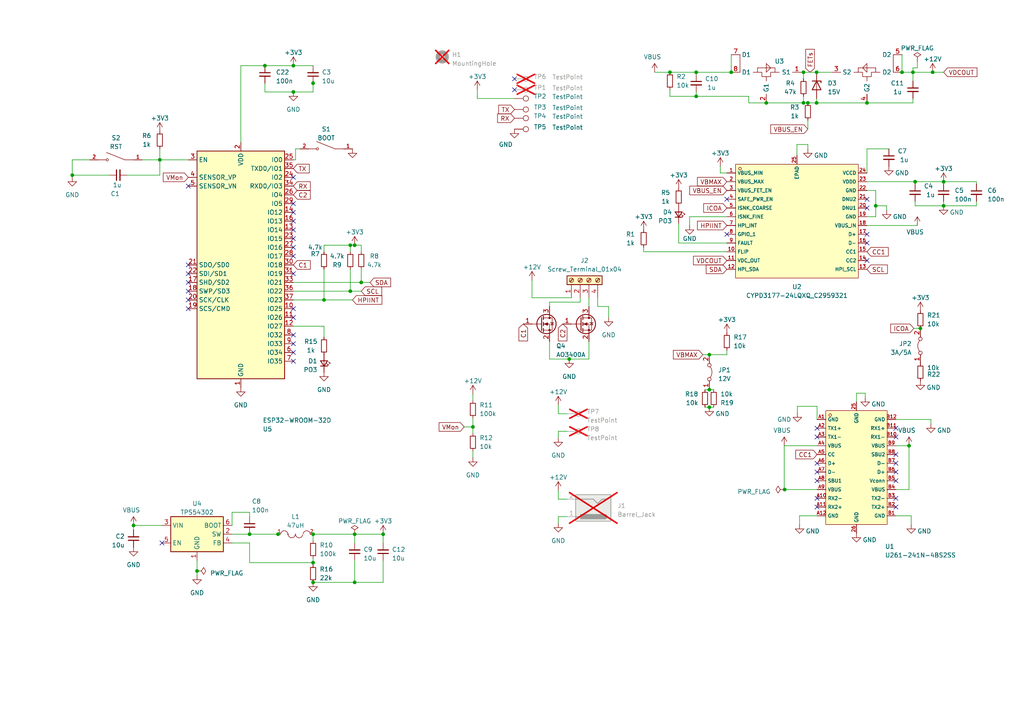
<source format=kicad_sch>
(kicad_sch (version 20230121) (generator eeschema)
  (paper "A4")
  (junction (at 90.805 24.13))
  (junction (at 46.355 46.355))
  (junction (at 165.1 104.14))
  (junction (at 222.25 29.845))
  (junction (at 212.09 20.955))
  (junction (at 137.16 123.825))
  (junction (at 38.735 152.4))
  (junction (at 90.805 154.94))
  (junction (at 263.652 129.286))
  (junction (at 101.6 71.12))
  (junction (at 201.93 27.94))
  (junction (at 264.795 20.955))
  (junction (at 101.6 84.455))
  (junction (at 236.855 29.845))
  (junction (at 57.15 165.608))
  (junction (at 227.584 141.986))
  (junction (at 80.645 154.94))
  (junction (at 273.685 52.705))
  (junction (at 251.46 29.845))
  (junction (at 273.685 59.69))
  (junction (at 233.045 20.955))
  (junction (at 233.045 29.845))
  (junction (at 93.98 86.995))
  (junction (at 85.09 19.05))
  (junction (at 90.805 168.91))
  (junction (at 194.31 20.955))
  (junction (at 254 59.69))
  (junction (at 72.39 154.94))
  (junction (at 201.93 20.955))
  (junction (at 265.43 52.705))
  (junction (at 205.74 102.87))
  (junction (at 270.51 20.955))
  (junction (at 102.87 71.12))
  (junction (at 234.315 29.845))
  (junction (at 236.855 20.955))
  (junction (at 102.87 154.94))
  (junction (at 104.775 81.915))
  (junction (at 205.74 118.11))
  (junction (at 266.954 95.25))
  (junction (at 76.835 19.05))
  (junction (at 90.805 163.195))
  (junction (at 111.125 154.94))
  (junction (at 102.87 168.91))
  (junction (at 205.74 113.03))
  (junction (at 261.62 20.955))
  (junction (at 20.955 50.8))
  (junction (at 85.09 26.67))
  (no_connect (at 259.842 147.066))
  (no_connect (at 85.09 104.775))
  (no_connect (at 85.09 89.535))
  (no_connect (at 85.09 99.695))
  (no_connect (at 85.09 74.295))
  (no_connect (at 251.46 70.485))
  (no_connect (at 251.46 67.945))
  (no_connect (at 85.09 71.755))
  (no_connect (at 149.225 26.035))
  (no_connect (at 85.09 92.075))
  (no_connect (at 236.982 147.066))
  (no_connect (at 210.82 67.945))
  (no_connect (at 259.842 136.906))
  (no_connect (at 236.982 139.446))
  (no_connect (at 54.61 53.975))
  (no_connect (at 54.61 76.835))
  (no_connect (at 236.982 124.206))
  (no_connect (at 85.09 69.215))
  (no_connect (at 149.225 22.86))
  (no_connect (at 54.61 84.455))
  (no_connect (at 259.842 144.526))
  (no_connect (at 85.09 97.155))
  (no_connect (at 54.61 86.995))
  (no_connect (at 251.46 60.325))
  (no_connect (at 54.61 81.915))
  (no_connect (at 54.61 89.535))
  (no_connect (at 236.982 136.906))
  (no_connect (at 54.61 79.375))
  (no_connect (at 85.09 51.435))
  (no_connect (at 251.46 75.565))
  (no_connect (at 259.842 126.746))
  (no_connect (at 85.09 61.595))
  (no_connect (at 251.46 57.785))
  (no_connect (at 85.09 102.235))
  (no_connect (at 236.982 126.746))
  (no_connect (at 259.842 124.206))
  (no_connect (at 259.842 131.826))
  (no_connect (at 236.982 144.526))
  (no_connect (at 259.842 139.446))
  (no_connect (at 210.82 57.785))
  (no_connect (at 259.842 134.366))
  (no_connect (at 46.99 157.48))
  (no_connect (at 236.982 134.366))
  (no_connect (at 85.09 64.135))
  (no_connect (at 85.09 79.375))
  (no_connect (at 85.09 66.675))
  (no_connect (at 85.09 59.055))
  (wire (pts (xy 217.17 29.845) (xy 222.25 29.845)))
  (wire (pts (xy 231.902 149.606) (xy 236.982 149.606)))
  (wire (pts (xy 204.47 118.11) (xy 205.74 118.11)))
  (wire (pts (xy 85.09 19.05) (xy 90.805 19.05)))
  (wire (pts (xy 161.925 149.86) (xy 164.465 149.86)))
  (wire (pts (xy 102.87 71.12) (xy 104.775 71.12)))
  (wire (pts (xy 236.855 28.575) (xy 236.855 29.845)))
  (wire (pts (xy 204.47 113.03) (xy 205.74 113.03)))
  (wire (pts (xy 36.83 50.8) (xy 46.355 50.8)))
  (wire (pts (xy 210.82 73.025) (xy 186.69 73.025)))
  (wire (pts (xy 46.355 43.18) (xy 46.355 46.355)))
  (wire (pts (xy 265.43 59.69) (xy 273.685 59.69)))
  (wire (pts (xy 41.275 46.355) (xy 46.355 46.355)))
  (wire (pts (xy 265.43 52.705) (xy 273.685 52.705)))
  (wire (pts (xy 283.21 52.705) (xy 283.21 53.34)))
  (wire (pts (xy 85.09 84.455) (xy 101.6 84.455)))
  (wire (pts (xy 76.835 19.05) (xy 85.09 19.05)))
  (wire (pts (xy 234.315 34.925) (xy 234.315 37.465)))
  (wire (pts (xy 90.805 154.94) (xy 102.87 154.94)))
  (wire (pts (xy 270.51 20.955) (xy 273.685 20.955)))
  (wire (pts (xy 173.355 88.9) (xy 176.53 88.9)))
  (wire (pts (xy 227.457 141.986) (xy 227.584 141.986)))
  (wire (pts (xy 101.6 84.455) (xy 101.6 78.105)))
  (wire (pts (xy 248.412 114.046) (xy 248.412 116.586)))
  (wire (pts (xy 194.31 20.955) (xy 201.93 20.955)))
  (wire (pts (xy 236.855 29.845) (xy 251.46 29.845)))
  (wire (pts (xy 201.93 27.94) (xy 217.17 27.94)))
  (wire (pts (xy 250.952 115.316) (xy 250.952 114.046)))
  (wire (pts (xy 259.842 141.986) (xy 263.652 141.986)))
  (wire (pts (xy 264.795 19.685) (xy 264.795 20.955)))
  (wire (pts (xy 205.74 102.87) (xy 210.82 102.87)))
  (wire (pts (xy 173.355 88.9) (xy 173.355 86.36)))
  (wire (pts (xy 102.87 154.94) (xy 102.87 157.48)))
  (wire (pts (xy 80.645 154.94) (xy 81.28 154.94)))
  (wire (pts (xy 76.835 26.67) (xy 85.09 26.67)))
  (wire (pts (xy 251.46 50.165) (xy 251.46 43.18)))
  (wire (pts (xy 203.835 102.87) (xy 205.74 102.87)))
  (wire (pts (xy 264.795 29.845) (xy 251.46 29.845)))
  (wire (pts (xy 90.805 154.94) (xy 90.805 156.845)))
  (wire (pts (xy 201.93 27.94) (xy 201.93 26.67)))
  (wire (pts (xy 233.045 27.94) (xy 233.045 29.845)))
  (wire (pts (xy 231.267 117.856) (xy 236.982 117.856)))
  (wire (pts (xy 137.16 130.81) (xy 137.16 132.715)))
  (wire (pts (xy 201.93 20.955) (xy 212.09 20.955)))
  (wire (pts (xy 161.925 144.78) (xy 161.925 142.24)))
  (wire (pts (xy 254 59.69) (xy 254 62.865)))
  (wire (pts (xy 210.82 62.865) (xy 200.025 62.865)))
  (wire (pts (xy 251.46 55.245) (xy 254 55.245)))
  (wire (pts (xy 67.31 152.4) (xy 67.31 148.59)))
  (wire (pts (xy 222.25 29.845) (xy 233.045 29.845)))
  (wire (pts (xy 67.31 148.59) (xy 72.39 148.59)))
  (wire (pts (xy 85.09 81.915) (xy 104.775 81.915)))
  (wire (pts (xy 20.955 50.8) (xy 31.75 50.8)))
  (wire (pts (xy 85.09 94.615) (xy 93.98 94.615)))
  (wire (pts (xy 201.93 20.955) (xy 201.93 21.59)))
  (wire (pts (xy 57.15 162.56) (xy 57.15 165.608)))
  (wire (pts (xy 270.002 121.666) (xy 259.842 121.666)))
  (wire (pts (xy 236.982 117.856) (xy 236.982 121.666)))
  (wire (pts (xy 208.915 48.26) (xy 208.915 50.165)))
  (wire (pts (xy 261.62 20.955) (xy 264.795 20.955)))
  (wire (pts (xy 194.31 26.035) (xy 194.31 27.94)))
  (wire (pts (xy 102.87 168.91) (xy 90.805 168.91)))
  (wire (pts (xy 165.1 104.14) (xy 170.815 104.14)))
  (wire (pts (xy 137.16 114.3) (xy 137.16 116.205)))
  (wire (pts (xy 93.98 86.995) (xy 102.235 86.995)))
  (wire (pts (xy 161.925 127) (xy 161.925 125.095)))
  (wire (pts (xy 161.925 120.015) (xy 161.925 117.475)))
  (wire (pts (xy 93.98 86.995) (xy 85.09 86.995)))
  (wire (pts (xy 273.685 52.705) (xy 283.21 52.705)))
  (wire (pts (xy 20.955 50.8) (xy 20.955 51.435)))
  (wire (pts (xy 273.685 59.69) (xy 283.21 59.69)))
  (wire (pts (xy 263.652 129.286) (xy 259.842 129.286)))
  (wire (pts (xy 165.735 86.36) (xy 154.305 86.36)))
  (wire (pts (xy 210.82 102.87) (xy 210.82 101.6)))
  (wire (pts (xy 111.125 154.94) (xy 111.125 157.48)))
  (wire (pts (xy 200.025 62.865) (xy 200.025 65.405)))
  (wire (pts (xy 93.98 78.105) (xy 93.98 86.995)))
  (wire (pts (xy 93.98 73.025) (xy 93.98 71.12)))
  (wire (pts (xy 72.39 157.48) (xy 67.31 157.48)))
  (wire (pts (xy 232.41 20.955) (xy 233.045 20.955)))
  (wire (pts (xy 270.002 122.936) (xy 270.002 121.666)))
  (wire (pts (xy 38.735 153.67) (xy 38.735 152.4)))
  (wire (pts (xy 208.915 50.165) (xy 210.82 50.165)))
  (wire (pts (xy 236.855 20.955) (xy 241.3 20.955)))
  (wire (pts (xy 212.09 15.875) (xy 212.09 20.955)))
  (wire (pts (xy 257.175 60.96) (xy 257.175 59.69)))
  (wire (pts (xy 85.725 43.18) (xy 85.725 46.355)))
  (wire (pts (xy 234.315 41.91) (xy 231.14 41.91)))
  (wire (pts (xy 233.045 20.955) (xy 233.045 22.86)))
  (wire (pts (xy 250.952 114.046) (xy 248.412 114.046)))
  (wire (pts (xy 176.53 88.9) (xy 176.53 92.075)))
  (wire (pts (xy 170.815 99.06) (xy 170.815 104.14)))
  (wire (pts (xy 76.835 24.13) (xy 76.835 26.67)))
  (wire (pts (xy 196.85 64.77) (xy 196.85 70.485)))
  (wire (pts (xy 86.995 43.18) (xy 85.725 43.18)))
  (wire (pts (xy 72.39 163.195) (xy 72.39 157.48)))
  (wire (pts (xy 231.267 119.761) (xy 231.267 117.856)))
  (wire (pts (xy 107.315 81.915) (xy 104.775 81.915)))
  (wire (pts (xy 102.87 154.94) (xy 111.125 154.94)))
  (wire (pts (xy 264.287 152.146) (xy 264.287 149.606)))
  (wire (pts (xy 90.805 163.195) (xy 72.39 163.195)))
  (wire (pts (xy 264.795 28.575) (xy 264.795 29.845)))
  (wire (pts (xy 26.035 46.355) (xy 20.955 46.355)))
  (wire (pts (xy 69.85 19.05) (xy 76.835 19.05)))
  (wire (pts (xy 254 55.245) (xy 254 59.69)))
  (wire (pts (xy 189.865 20.955) (xy 194.31 20.955)))
  (wire (pts (xy 194.31 27.94) (xy 201.93 27.94)))
  (wire (pts (xy 159.385 104.14) (xy 165.1 104.14)))
  (wire (pts (xy 283.21 59.69) (xy 283.21 58.42)))
  (wire (pts (xy 257.175 59.69) (xy 254 59.69)))
  (wire (pts (xy 159.385 87.63) (xy 168.275 87.63)))
  (wire (pts (xy 111.125 168.91) (xy 102.87 168.91)))
  (wire (pts (xy 168.275 87.63) (xy 168.275 86.36)))
  (wire (pts (xy 111.125 162.56) (xy 111.125 168.91)))
  (wire (pts (xy 134.62 123.825) (xy 137.16 123.825)))
  (wire (pts (xy 104.775 84.455) (xy 101.6 84.455)))
  (wire (pts (xy 227.584 141.986) (xy 236.982 141.986)))
  (wire (pts (xy 186.69 73.025) (xy 186.69 71.755)))
  (wire (pts (xy 251.46 65.405) (xy 266.065 65.405)))
  (wire (pts (xy 234.315 29.845) (xy 236.855 29.845)))
  (wire (pts (xy 85.725 46.355) (xy 85.09 46.355)))
  (wire (pts (xy 20.955 46.355) (xy 20.955 50.8)))
  (wire (pts (xy 104.775 81.915) (xy 104.775 78.105)))
  (wire (pts (xy 273.685 52.705) (xy 273.685 53.34)))
  (wire (pts (xy 159.385 99.06) (xy 159.385 104.14)))
  (wire (pts (xy 234.315 43.18) (xy 234.315 41.91)))
  (wire (pts (xy 217.17 27.94) (xy 217.17 29.845)))
  (wire (pts (xy 90.805 161.925) (xy 90.805 163.195)))
  (wire (pts (xy 265.049 95.25) (xy 266.954 95.25)))
  (wire (pts (xy 90.805 23.495) (xy 90.805 24.13)))
  (wire (pts (xy 236.982 129.286) (xy 227.457 129.286)))
  (wire (pts (xy 265.43 52.705) (xy 251.46 52.705)))
  (wire (pts (xy 205.74 118.11) (xy 207.01 118.11)))
  (wire (pts (xy 102.87 162.56) (xy 102.87 168.91)))
  (wire (pts (xy 46.355 46.355) (xy 54.61 46.355)))
  (wire (pts (xy 233.045 20.955) (xy 236.855 20.955)))
  (wire (pts (xy 57.15 165.608) (xy 57.15 166.878)))
  (wire (pts (xy 38.735 152.4) (xy 46.99 152.4)))
  (wire (pts (xy 72.39 154.94) (xy 80.645 154.94)))
  (wire (pts (xy 231.14 41.91) (xy 231.14 45.085)))
  (wire (pts (xy 264.795 20.955) (xy 270.51 20.955)))
  (wire (pts (xy 137.16 123.825) (xy 137.16 125.73)))
  (wire (pts (xy 227.457 129.286) (xy 227.457 141.986)))
  (wire (pts (xy 233.045 29.845) (xy 234.315 29.845)))
  (wire (pts (xy 266.065 17.78) (xy 266.065 19.685)))
  (wire (pts (xy 164.465 144.78) (xy 161.925 144.78)))
  (wire (pts (xy 46.355 50.8) (xy 46.355 46.355)))
  (wire (pts (xy 137.16 121.285) (xy 137.16 123.825)))
  (wire (pts (xy 210.82 70.485) (xy 196.85 70.485)))
  (wire (pts (xy 69.85 41.275) (xy 69.85 19.05)))
  (wire (pts (xy 101.6 71.12) (xy 102.87 71.12)))
  (wire (pts (xy 161.925 125.095) (xy 164.465 125.095)))
  (wire (pts (xy 261.62 15.875) (xy 261.62 20.955)))
  (wire (pts (xy 273.685 58.42) (xy 273.685 59.69)))
  (wire (pts (xy 265.43 53.34) (xy 265.43 52.705)))
  (wire (pts (xy 265.43 58.42) (xy 265.43 59.69)))
  (wire (pts (xy 154.305 86.36) (xy 154.305 81.28)))
  (wire (pts (xy 264.795 20.955) (xy 264.795 23.495)))
  (wire (pts (xy 159.385 88.9) (xy 159.385 87.63)))
  (wire (pts (xy 93.98 94.615) (xy 93.98 97.79)))
  (wire (pts (xy 101.6 73.025) (xy 101.6 71.12)))
  (wire (pts (xy 72.39 148.59) (xy 72.39 149.86)))
  (wire (pts (xy 90.805 163.195) (xy 90.805 163.83)))
  (wire (pts (xy 67.31 154.94) (xy 72.39 154.94)))
  (wire (pts (xy 205.74 113.03) (xy 207.01 113.03)))
  (wire (pts (xy 138.43 28.575) (xy 138.43 26.035)))
  (wire (pts (xy 138.43 28.575) (xy 149.225 28.575)))
  (wire (pts (xy 164.465 120.015) (xy 161.925 120.015)))
  (wire (pts (xy 266.065 19.685) (xy 264.795 19.685)))
  (wire (pts (xy 263.652 141.986) (xy 263.652 129.286)))
  (wire (pts (xy 90.805 24.13) (xy 90.805 26.67)))
  (wire (pts (xy 104.775 71.12) (xy 104.775 73.025)))
  (wire (pts (xy 93.98 71.12) (xy 101.6 71.12)))
  (wire (pts (xy 251.46 43.18) (xy 257.81 43.18)))
  (wire (pts (xy 231.902 152.146) (xy 231.902 149.606)))
  (wire (pts (xy 85.09 26.67) (xy 90.805 26.67)))
  (wire (pts (xy 170.815 86.36) (xy 170.815 88.9)))
  (wire (pts (xy 161.925 151.765) (xy 161.925 149.86)))
  (wire (pts (xy 264.287 149.606) (xy 259.842 149.606)))
  (wire (pts (xy 251.46 62.865) (xy 254 62.865)))
  (global_label "CC1" (shape input) (at 236.982 131.826 180) (property "Intersheetrefs" "${INTERSHEET_REFS}" (effects hide)))
  (global_label "ICOA" (shape input) (at 265.049 95.25 180) (property "Intersheetrefs" "${INTERSHEET_REFS}" (effects hide)))
  (global_label "ICOA" (shape input) (at 210.82 60.325 180) (property "Intersheetrefs" "${INTERSHEET_REFS}" (effects hide)))
  (global_label "C2" (shape input) (at 163.195 93.98 270) (property "Intersheetrefs" "${INTERSHEET_REFS}" (effects hide)))
  (global_label "SCL" (shape input) (at 251.46 78.105 0) (property "Intersheetrefs" "${INTERSHEET_REFS}" (effects hide)))
  (global_label "VBMAX" (shape input) (at 203.835 102.87 180) (property "Intersheetrefs" "${INTERSHEET_REFS}" (effects hide)))
  (global_label "CC1" (shape input) (at 251.46 73.025 0) (property "Intersheetrefs" "${INTERSHEET_REFS}" (effects hide)))
  (global_label "SCL" (shape input) (at 104.775 84.455 0) (property "Intersheetrefs" "${INTERSHEET_REFS}" (effects hide)))
  (global_label "VBUS_EN" (shape input) (at 234.315 37.465 180) (property "Intersheetrefs" "${INTERSHEET_REFS}" (effects hide)))
  (global_label "VBUS_EN" (shape input) (at 210.82 55.245 180) (property "Intersheetrefs" "${INTERSHEET_REFS}" (effects hide)))
  (global_label "SDA" (shape input) (at 210.82 78.105 180) (property "Intersheetrefs" "${INTERSHEET_REFS}" (effects hide)))
  (global_label "TX" (shape input) (at 85.09 48.895 0) (property "Intersheetrefs" "${INTERSHEET_REFS}" (effects hide)))
  (global_label "VMon" (shape input) (at 134.62 123.825 180) (property "Intersheetrefs" "${INTERSHEET_REFS}" (effects hide)))
  (global_label "VBMAX" (shape input) (at 210.82 52.705 180) (property "Intersheetrefs" "${INTERSHEET_REFS}" (effects hide)))
  (global_label "VMon" (shape input) (at 54.61 51.435 180) (property "Intersheetrefs" "${INTERSHEET_REFS}" (effects hide)))
  (global_label "C1" (shape input) (at 151.765 93.98 270) (property "Intersheetrefs" "${INTERSHEET_REFS}" (effects hide)))
  (global_label "VDCOUT" (shape input) (at 273.685 20.955 0) (property "Intersheetrefs" "${INTERSHEET_REFS}" (effects hide)))
  (global_label "TX" (shape input) (at 149.225 31.75 180) (property "Intersheetrefs" "${INTERSHEET_REFS}" (effects hide)))
  (global_label "HPIINT" (shape input) (at 210.82 65.405 180) (property "Intersheetrefs" "${INTERSHEET_REFS}" (effects hide)))
  (global_label "C1" (shape input) (at 85.09 76.835 0) (property "Intersheetrefs" "${INTERSHEET_REFS}" (effects hide)))
  (global_label "VDCOUT" (shape input) (at 210.82 75.565 180) (property "Intersheetrefs" "${INTERSHEET_REFS}" (effects hide)))
  (global_label "HPIINT" (shape input) (at 102.235 86.995 0) (property "Intersheetrefs" "${INTERSHEET_REFS}" (effects hide)))
  (global_label "FETs" (shape input) (at 234.95 20.955 90) (property "Intersheetrefs" "${INTERSHEET_REFS}" (effects hide)))
  (global_label "C2" (shape input) (at 85.09 56.515 0) (property "Intersheetrefs" "${INTERSHEET_REFS}" (effects hide)))
  (global_label "RX" (shape input) (at 149.225 34.29 180) (property "Intersheetrefs" "${INTERSHEET_REFS}" (effects hide)))
  (global_label "RX" (shape input) (at 85.09 53.975 0) (property "Intersheetrefs" "${INTERSHEET_REFS}" (effects hide)))
  (global_label "SDA" (shape input) (at 107.315 81.915 0) (property "Intersheetrefs" "${INTERSHEET_REFS}" (effects hide)))
  (symbol (lib_id "power:GND") (at 200.025 65.405 0) (unit 1)
    (property "Reference" "#PWR048" (effects hide))
    (property "Value" "GND" (at 200.025 69.215 0))
  )
  (symbol (lib_id "power:+3V3") (at 186.69 66.675 0) (mirror y) (unit 1)
    (property "Reference" "#PWR08" (effects hide))
    (property "Value" "+3V3" (at 186.69 62.865 0))
  )
  (symbol (lib_id "B3U-1000P:B3U-1000P") (at 33.655 46.355 0) (mirror y) (unit 1)
    (property "Reference" "S2" (at 33.655 40.005 0))
    (property "Value" "RST" (at 33.655 42.545 0))
    (property "Footprint" "Snapeda:SW_B3U-1000P" (effects hide))
    (property "MF" "Omron" (effects hide))
    (property "DESCRIPTION" "Tactile Switch SPST-NO Top Actuated Surface Mount" (effects hide))
    (property "PACKAGE" "None" (effects hide))
    (property "PRICE" "None" (effects hide))
    (property "Package" "Custom Package Omron" (effects hide))
    (property "Check_prices" "https://www.snapeda.com/parts/B3U-1000P/Omron+Electronics+Inc-EMC+Div/view-part/?ref=eda" (effects hide))
    (property "Price" "None" (effects hide))
    (property "SnapEDA_Link" "https://www.snapeda.com/parts/B3U-1000P/Omron+Electronics+Inc-EMC+Div/view-part/?ref=snap" (effects hide))
    (property "MP" "B3U-1000P" (effects hide))
    (property "Purchase-URL" "https://www.snapeda.com/api/url_track_click_mouser/?unipart_id=104326&manufacturer=Omron&part_name=B3U-1000P&search_term=None" (effects hide))
    (property "Availability" "In Stock" (effects hide))
    (property "AVAILABILITY" "Unavailable" (effects hide))
    (property "Description" "\nSWITCH;TACTILE,TOP ACTUATED,TACTILE & JOG SWITCHES W/O BOSS W/O GROUND | Omron Electronic Components B3U-1000P\n" (effects hide))
    (property "LCSC" "C231329" (effects hide))
  )
  (symbol (lib_id "Device:R_Small") (at 101.6 75.565 0) (mirror x) (unit 1)
    (property "Reference" "R9" (at 97.79 76.835 0))
    (property "Value" "4.7k" (at 97.79 74.295 0))
    (property "Footprint" "Resistor_SMD:R_0402_1005Metric" (effects hide))
    (property "LCSC" "C25900" (effects hide))
  )
  (symbol (lib_id "power:GND") (at 264.287 152.146 0) (unit 1)
    (property "Reference" "#PWR014" (effects hide))
    (property "Value" "GND" (at 268.097 154.051 0))
  )
  (symbol (lib_id "Device:C_Small") (at 90.805 21.59 180) (unit 1)
    (property "Reference" "C3" (at 93.345 20.9486 0) (effects (justify right)))
    (property "Value" "10u" (at 93.345 23.4886 0) (effects (justify right)))
    (property "Footprint" "Capacitor_SMD:C_0603_1608Metric" (effects hide))
    (property "LCSC" "C194427" (effects hide))
  )
  (symbol (lib_id "Connector:TestPoint") (at 149.225 31.75 270) (unit 1) (in_bom no)
    (property "Reference" "TP3" (at 154.813 31.115 90) (effects (justify left)))
    (property "Value" "TestPoint" (at 160.147 31.242 90) (effects (justify left)))
    (property "Footprint" "TestPoint:TestPoint_Pad_D1.5mm" (effects hide))
  )
  (symbol (lib_id "power:GND") (at 102.235 43.18 0) (mirror y) (unit 1)
    (property "Reference" "#PWR04" (effects hide))
    (property "Value" "GND" (effects hide))
  )
  (symbol (lib_id "power:GND") (at 266.954 110.49 0) (unit 1)
    (property "Reference" "#PWR042" (effects hide))
    (property "Value" "GND" (at 270.764 112.395 0))
  )
  (symbol (lib_id "power:+3V3") (at 138.43 26.035 0) (unit 1)
    (property "Reference" "#PWR030" (effects hide))
    (property "Value" "+3V3" (at 138.43 22.225 0))
  )
  (symbol (lib_id "power:VBUS") (at 263.652 129.286 0) (unit 1)
    (property "Reference" "#PWR09" (effects hide))
    (property "Value" "VBUS" (at 263.017 124.841 0))
  )
  (symbol (lib_id "Regulator_Switching:TPS54302") (at 57.15 154.94 0) (unit 1)
    (property "Reference" "U4" (at 57.15 146.05 0))
    (property "Value" "TPS54302" (at 57.15 148.59 0))
    (property "Footprint" "Package_TO_SOT_SMD:SOT-23-6" (effects hide))
    (property "Datasheet" "http://www.ti.com/lit/ds/symlink/tps54302.pdf" (effects hide))
    (property "LCSC" "C311983" (effects hide))
  )
  (symbol (lib_id "Connector:TestPoint") (at 149.225 34.29 270) (unit 1) (in_bom no)
    (property "Reference" "TP4" (at 154.813 33.655 90) (effects (justify left)))
    (property "Value" "TestPoint" (at 160.147 33.782 90) (effects (justify left)))
    (property "Footprint" "TestPoint:TestPoint_Pad_D1.5mm" (effects hide))
  )
  (symbol (lib_id "Device:C_Small") (at 201.93 24.13 0) (mirror y) (unit 1)
    (property "Reference" "C10" (at 204.47 22.86 0) (effects (justify right)))
    (property "Value" "1u" (at 205.105 25.4 0) (effects (justify right)))
    (property "Footprint" "Capacitor_SMD:C_0402_1005Metric" (effects hide))
    (property "LCSC" "C52923" (effects hide))
  )
  (symbol (lib_id "power:GND") (at 161.925 127 0) (unit 1)
    (property "Reference" "#PWR044" (effects hide))
    (property "Value" "GND" (at 161.925 132.08 0))
  )
  (symbol (lib_id "power:GND") (at 165.1 104.14 0) (unit 1)
    (property "Reference" "#PWR047" (effects hide))
    (property "Value" "GND" (at 165.1 109.22 0))
  )
  (symbol (lib_id "Device:C_Small") (at 273.685 55.88 0) (unit 1)
    (property "Reference" "C5" (at 276.86 55.2513 0) (effects (justify left)))
    (property "Value" "100n" (at 276.86 57.7913 0) (effects (justify left)))
    (property "Footprint" "Capacitor_SMD:C_0402_1005Metric" (effects hide))
    (property "LCSC" "C77020" (effects hide))
  )
  (symbol (lib_id "Transistor_FET:AO3400A") (at 168.275 93.98 0) (unit 1)
    (property "Reference" "Q1" (effects hide))
    (property "Value" "AO3400A" (effects hide))
    (property "Footprint" "Package_TO_SOT_SMD:SOT-23" (effects hide))
    (property "Datasheet" "http://www.aosmd.com/pdfs/datasheet/AO3400A.pdf" (effects hide))
    (property "LCSC" "C20917" (effects hide))
  )
  (symbol (lib_id "Device:R_Small") (at 90.805 159.385 180) (unit 1)
    (property "Reference" "R10" (at 92.71 158.115 0) (effects (justify right)))
    (property "Value" "100k" (at 92.71 160.655 0) (effects (justify right)))
    (property "Footprint" "Resistor_SMD:R_0402_1005Metric" (effects hide))
    (property "LCSC" "C25741" (effects hide))
  )
  (symbol (lib_id "Jumper:Jumper_2_Bridged") (at 266.954 100.33 90) (unit 1)
    (property "Reference" "JP2" (at 264.414 99.695 90) (effects (justify left)))
    (property "Value" "3A/5A" (at 264.414 102.235 90) (effects (justify left)))
    (property "Footprint" "Jumper:SolderJumper-2_P1.3mm_Bridged_RoundedPad1.0x1.5mm" (effects hide))
  )
  (symbol (lib_id "power:GND") (at 257.175 60.96 0) (unit 1)
    (property "Reference" "#PWR010" (effects hide))
    (property "Value" "GND" (at 260.985 62.865 0))
  )
  (symbol (lib_id "power:+12V") (at 270.51 20.955 0) (unit 1)
    (property "Reference" "#PWR026" (effects hide))
    (property "Value" "+12V" (at 270.51 17.145 0))
  )
  (symbol (lib_id "power:+3V3") (at 102.87 71.12 0) (unit 1)
    (property "Reference" "#PWR041" (effects hide))
    (property "Value" "+3V3" (at 102.87 67.31 0))
  )
  (symbol (lib_id "power:+12V") (at 154.305 81.28 0) (unit 1)
    (property "Reference" "#PWR019" (effects hide))
    (property "Value" "+12V" (at 154.305 77.47 0))
  )
  (symbol (lib_id "Device:R_Small") (at 137.16 118.745 180) (unit 1)
    (property "Reference" "R11" (at 139.065 117.475 0) (effects (justify right)))
    (property "Value" "100k" (at 139.065 120.015 0) (effects (justify right)))
    (property "Footprint" "Resistor_SMD:R_0402_1005Metric" (effects hide))
    (property "LCSC" "C25741" (effects hide))
  )
  (symbol (lib_id "power:+3V3") (at 111.125 154.94 0) (unit 1)
    (property "Reference" "#PWR033" (effects hide))
    (property "Value" "+3V3" (at 111.125 151.13 0))
  )
  (symbol (lib_id "power:+3V3") (at 273.685 52.705 0) (mirror y) (unit 1)
    (property "Reference" "#PWR032" (effects hide))
    (property "Value" "+3V3" (at 273.685 48.895 0))
  )
  (symbol (lib_id "Device:R_Small") (at 266.954 92.71 180) (unit 1)
    (property "Reference" "R21" (at 268.859 91.44 0) (effects (justify right)))
    (property "Value" "10k" (at 268.859 93.98 0) (effects (justify right)))
    (property "Footprint" "Resistor_SMD:R_0402_1005Metric" (effects hide))
    (property "LCSC" "C25744" (effects hide))
  )
  (symbol (lib_id "SWPA4030S470MT:SWPA4030S470MT") (at 85.725 154.94 0) (unit 1)
    (property "Reference" "L1" (at 85.725 149.86 0))
    (property "Value" "47uH" (at 85.725 152.4 0))
    (property "Footprint" "footprint:IND-SMD_L4.0-W4.0_SLS3DXX" (effects hide))
    (property "Datasheet" "https://item.szlcsc.com/338389.html" (effects hide))
    (property "LCSC" "C54731" (effects hide))
  )
  (symbol (lib_id "Device:R_Small") (at 137.16 128.27 180) (unit 1)
    (property "Reference" "R12" (at 139.065 127 0) (effects (justify right)))
    (property "Value" "10k" (at 139.065 129.54 0) (effects (justify right)))
    (property "Footprint" "Resistor_SMD:R_0402_1005Metric" (effects hide))
    (property "LCSC" "C25744" (effects hide))
  )
  (symbol (lib_id "power:GND") (at 161.925 151.765 0) (unit 1)
    (property "Reference" "#PWR012" (effects hide))
    (property "Value" "GND" (at 161.925 156.845 0))
  )
  (symbol (lib_id "Device:R_Small") (at 234.315 32.385 0) (unit 1)
    (property "Reference" "R3" (at 230.505 31.115 0))
    (property "Value" "1k" (at 230.505 33.655 0))
    (property "Footprint" "Resistor_SMD:R_0402_1005Metric" (effects hide))
    (property "LCSC" "C11702" (effects hide))
  )
  (symbol (lib_id "Connector:TestPoint") (at 149.225 26.035 270) (unit 1) (in_bom no) (on_board no) (dnp yes)
    (property "Reference" "TP1" (at 154.813 25.4 90) (effects (justify left)))
    (property "Value" "TestPoint" (at 160.147 25.527 90) (effects (justify left)))
    (property "Footprint" "TestPoint:TestPoint_Pad_D1.5mm" (effects hide))
  )
  (symbol (lib_id "Device:R_Small") (at 93.98 100.33 0) (unit 1)
    (property "Reference" "R15" (at 90.17 99.06 0))
    (property "Value" "1k" (at 90.17 101.6 0))
    (property "Footprint" "Resistor_SMD:R_0402_1005Metric" (effects hide))
    (property "LCSC" "C11702" (effects hide))
  )
  (symbol (lib_id "power:GND") (at 90.805 168.91 0) (unit 1)
    (property "Reference" "#PWR034" (effects hide))
    (property "Value" "GND" (at 90.805 173.99 0))
  )
  (symbol (lib_id "Device:C_Small") (at 257.81 45.72 0) (mirror y) (unit 1)
    (property "Reference" "C7" (at 260.35 43.815 0) (effects (justify right)))
    (property "Value" "1u" (at 260.985 46.355 0) (effects (justify right)))
    (property "Footprint" "Capacitor_SMD:C_0402_1005Metric" (effects hide))
    (property "LCSC" "C52923" (effects hide))
  )
  (symbol (lib_id "power:+3V3") (at 196.85 54.61 0) (mirror y) (unit 1)
    (property "Reference" "#PWR02" (effects hide))
    (property "Value" "+3V3" (at 196.85 50.8 0))
  )
  (symbol (lib_id "power:+3V3") (at 266.954 90.17 0) (mirror y) (unit 1)
    (property "Reference" "#PWR038" (effects hide))
    (property "Value" "+3V3" (at 266.954 86.36 0))
  )
  (symbol (lib_id "Device:R_Small") (at 210.82 99.06 180) (unit 1)
    (property "Reference" "R17" (at 212.725 97.79 0) (effects (justify right)))
    (property "Value" "10k" (at 212.725 100.33 0) (effects (justify right)))
    (property "Footprint" "Resistor_SMD:R_0402_1005Metric" (effects hide))
    (property "LCSC" "C25744" (effects hide))
  )
  (symbol (lib_id "Device:C_Small") (at 102.87 160.02 180) (unit 1)
    (property "Reference" "C9" (at 105.41 159.3786 0) (effects (justify right)))
    (property "Value" "10u" (at 105.41 161.9186 0) (effects (justify right)))
    (property "Footprint" "Capacitor_SMD:C_0603_1608Metric" (effects hide))
    (property "LCSC" "C194427" (effects hide))
  )
  (symbol (lib_id "power:+12V") (at 161.925 117.475 0) (unit 1)
    (property "Reference" "#PWR043" (effects hide))
    (property "Value" "+12V" (at 161.925 113.665 0))
  )
  (symbol (lib_id "Mechanical:MountingHole") (at 128.27 16.51 0) (unit 1) (in_bom no) (on_board no) (dnp yes)
    (property "Reference" "H1" (at 131.064 15.875 0) (effects (justify left)))
    (property "Value" "MountingHole" (at 131.064 18.415 0) (effects (justify left)))
    (property "Footprint" "MountingHole:MountingHole_2.2mm_M2_Pad_Via" (effects hide))
  )
  (symbol (lib_id "power:+3V3") (at 210.82 96.52 0) (mirror y) (unit 1)
    (property "Reference" "#PWR036" (effects hide))
    (property "Value" "+3V3" (at 210.82 92.71 0))
  )
  (symbol (lib_id "Device:R_Small") (at 204.47 115.57 0) (mirror x) (unit 1)
    (property "Reference" "R18" (at 202.565 114.3 0) (effects (justify right)))
    (property "Value" "10k" (at 202.565 116.84 0) (effects (justify right)))
    (property "Footprint" "Resistor_SMD:R_0402_1005Metric" (effects hide))
    (property "LCSC" "C25744" (effects hide))
  )
  (symbol (lib_id "Connector:Barrel_Jack") (at 172.085 147.32 180) (unit 1) (in_bom no) (on_board no) (dnp yes)
    (property "Reference" "J1" (at 179.07 146.685 0) (effects (justify right)))
    (property "Value" "Barrel_Jack" (at 179.07 149.225 0) (effects (justify right)))
    (property "Footprint" "Connector_BarrelJack:BarrelJack_CLIFF_FC681465S_SMT_Horizontal" (effects hide))
  )
  (symbol (lib_id "Connector:TestPoint") (at 149.225 28.575 270) (unit 1) (in_bom no)
    (property "Reference" "TP2" (at 154.813 27.94 90) (effects (justify left)))
    (property "Value" "TestPoint" (at 160.147 28.067 90) (effects (justify left)))
    (property "Footprint" "TestPoint:TestPoint_Pad_D1.5mm" (effects hide))
  )
  (symbol (lib_id "power:GND") (at 69.85 112.395 0) (unit 1)
    (property "Reference" "#PWR029" (effects hide))
    (property "Value" "GND" (at 69.85 117.475 0))
  )
  (symbol (lib_id "Device:R_Small") (at 233.045 25.4 0) (unit 1)
    (property "Reference" "R4" (at 229.235 24.13 0))
    (property "Value" "47k" (at 229.235 26.67 0))
    (property "Footprint" "Resistor_SMD:R_0402_1005Metric" (effects hide))
    (property "LCSC" "C25792" (effects hide))
  )
  (symbol (lib_id "Device:C_Small") (at 111.125 160.02 180) (unit 1)
    (property "Reference" "C12" (at 113.665 159.3786 0) (effects (justify right)))
    (property "Value" "10u" (at 113.665 161.9186 0) (effects (justify right)))
    (property "Footprint" "Capacitor_SMD:C_0603_1608Metric" (effects hide))
    (property "LCSC" "C194427" (effects hide))
  )
  (symbol (lib_id "power:PWR_FLAG") (at 102.87 154.94 0) (unit 1)
    (property "Reference" "#FLG01" (effects hide))
    (property "Value" "PWR_FLAG" (at 102.87 151.13 0))
  )
  (symbol (lib_id "Device:R_Small") (at 207.01 115.57 0) (mirror y) (unit 1)
    (property "Reference" "R19" (at 208.915 116.84 0) (effects (justify right)))
    (property "Value" "10k" (at 208.915 114.3 0) (effects (justify right)))
    (property "Footprint" "Resistor_SMD:R_0402_1005Metric" (effects hide))
    (property "LCSC" "C25744" (effects hide))
  )
  (symbol (lib_id "power:GND") (at 38.735 158.75 0) (unit 1)
    (property "Reference" "#PWR01" (effects hide))
    (property "Value" "GND" (at 38.735 163.83 0))
  )
  (symbol (lib_id "power:GND") (at 234.315 43.18 0) (unit 1)
    (property "Reference" "#PWR07" (effects hide))
    (property "Value" "GND" (at 238.125 45.085 0))
  )
  (symbol (lib_id "CYPD3177-24LQXQ_C2959321:CYPD3177-24LQXQ_C2959321") (at 231.14 62.865 0) (unit 1)
    (property "Reference" "U2" (at 231.14 83.185 0))
    (property "Value" "CYPD3177-24LQXQ_C2959321" (at 231.14 85.725 0))
    (property "Footprint" "footprint:TQFN-24_L4.0-W4.0-P0.50-TL-EP2.8" (effects hide))
    (property "Datasheet" "https://img.jlc.com/pdf/applyPasteComponent/2021-04-21/29905A/94e61f53678c47ad95ba4bae9b0e34fe/C2653687_AS1115BQFT_2021-04-14.PDF" (effects hide))
    (property "LCSC" "C2959321" (effects hide))
  )
  (symbol (lib_id "power:VBUS") (at 227.457 129.286 0) (unit 1)
    (property "Reference" "#PWR06" (effects hide))
    (property "Value" "VBUS" (at 226.822 124.841 0))
  )
  (symbol (lib_id "Transistor_FET:AO3400A") (at 156.845 93.98 0) (unit 1)
    (property "Reference" "Q4" (at 161.29 100.33 0) (effects (justify left)))
    (property "Value" "AO3400A" (at 161.29 102.87 0) (effects (justify left)))
    (property "Footprint" "Package_TO_SOT_SMD:SOT-23" (effects hide))
    (property "Datasheet" "http://www.aosmd.com/pdfs/datasheet/AO3400A.pdf" (effects hide))
    (property "LCSC" "C20917" (effects hide))
  )
  (symbol (lib_id "power:GND") (at 57.15 166.878 0) (unit 1)
    (property "Reference" "#PWR015" (effects hide))
    (property "Value" "GND" (at 57.15 171.958 0))
  )
  (symbol (lib_id "Jumper:Jumper_2_Bridged") (at 205.74 107.95 270) (mirror x) (unit 1)
    (property "Reference" "JP1" (at 208.28 107.315 90) (effects (justify left)))
    (property "Value" "12V" (at 208.28 109.855 90) (effects (justify left)))
    (property "Footprint" "Jumper:SolderJumper-2_P1.3mm_Bridged_RoundedPad1.0x1.5mm" (effects hide))
  )
  (symbol (lib_id "power:GND") (at 149.225 37.465 0) (mirror y) (unit 1)
    (property "Reference" "#PWR031" (effects hide))
    (property "Value" "GND" (at 146.685 41.91 0))
  )
  (symbol (lib_id "power:+3V3") (at 85.09 19.05 0) (unit 1)
    (property "Reference" "#PWR039" (effects hide))
    (property "Value" "+3V3" (at 85.09 15.24 0))
  )
  (symbol (lib_id "power:GND") (at 273.685 59.69 0) (unit 1)
    (property "Reference" "#PWR023" (effects hide))
    (property "Value" "GND" (at 277.495 61.595 0))
  )
  (symbol (lib_id "Device:C_Small") (at 34.29 50.8 90) (unit 1)
    (property "Reference" "C1" (at 32.0675 56.1975 90) (effects (justify right)))
    (property "Value" "1u" (at 32.7025 53.6575 90) (effects (justify right)))
    (property "Footprint" "Capacitor_SMD:C_0402_1005Metric" (effects hide))
    (property "LCSC" "C52923" (effects hide))
  )
  (symbol (lib_id "power:GND") (at 20.955 51.435 0) (mirror y) (unit 1)
    (property "Reference" "#PWR05" (effects hide))
    (property "Value" "GND" (at 20.955 56.515 0))
  )
  (symbol (lib_id "Device:R_Small") (at 46.355 40.64 0) (unit 1)
    (property "Reference" "R6" (at 42.545 39.37 0))
    (property "Value" "1k" (at 42.545 41.91 0))
    (property "Footprint" "Resistor_SMD:R_0402_1005Metric" (effects hide))
    (property "LCSC" "C11702" (effects hide))
  )
  (symbol (lib_id "power:PWR_FLAG") (at 266.065 17.78 0) (unit 1)
    (property "Reference" "#FLG04" (effects hide))
    (property "Value" "PWR_FLAG" (at 266.065 13.97 0))
  )
  (symbol (lib_id "power:+12V") (at 161.925 142.24 0) (unit 1)
    (property "Reference" "#PWR011" (effects hide))
    (property "Value" "+12V" (at 161.925 138.43 0))
  )
  (symbol (lib_id "power:GND") (at 231.267 119.761 0) (mirror y) (unit 1)
    (property "Reference" "#PWR021" (effects hide))
    (property "Value" "GND" (at 227.457 121.666 0))
  )
  (symbol (lib_id "SI4909DY-T1-GE3:Test") (at 222.25 24.765 0) (unit 1)
    (property "Reference" "U3" (at 226.06 17.78 0))
    (property "Value" "~" (at 222.25 24.765 0))
    (property "Footprint" "footprint:SO-8_L4.9-W3.9-P1.27-LS5.9-BL" (effects hide))
    (property "LCSC" "C710072" (effects hide))
  )
  (symbol (lib_id "Device:C_Small") (at 283.21 55.88 0) (unit 1)
    (property "Reference" "C6" (at 286.385 55.2513 0) (effects (justify left)))
    (property "Value" "100n" (at 286.385 57.7913 0) (effects (justify left)))
    (property "Footprint" "Capacitor_SMD:C_0402_1005Metric" (effects hide))
    (property "LCSC" "C77020" (effects hide))
  )
  (symbol (lib_id "Connector:TestPoint") (at 164.465 120.015 270) (unit 1) (in_bom no) (on_board no) (dnp yes)
    (property "Reference" "TP7" (at 170.18 119.38 90) (effects (justify left)))
    (property "Value" "TestPoint" (at 170.18 121.92 90) (effects (justify left)))
    (property "Footprint" "TestPoint:TestPoint_Pad_4.0x4.0mm" (effects hide))
  )
  (symbol (lib_id "power:+12V") (at 137.16 114.3 0) (unit 1)
    (property "Reference" "#PWR045" (effects hide))
    (property "Value" "+12V" (at 137.16 110.49 0))
  )
  (symbol (lib_id "Device:R_Small") (at 194.31 23.495 180) (unit 1)
    (property "Reference" "R2" (at 196.215 22.225 0) (effects (justify right)))
    (property "Value" "10k" (at 196.215 24.765 0) (effects (justify right)))
    (property "Footprint" "Resistor_SMD:R_0402_1005Metric" (effects hide))
    (property "LCSC" "C25744" (effects hide))
  )
  (symbol (lib_id "power:VBUS") (at 38.735 152.4 0) (unit 1)
    (property "Reference" "#PWR017" (effects hide))
    (property "Value" "VBUS" (at 38.1 147.955 0))
  )
  (symbol (lib_id "Device:C_Small") (at 38.735 156.21 0) (mirror x) (unit 1)
    (property "Reference" "C2" (at 36.195 155.5686 0) (effects (justify right)))
    (property "Value" "10u" (at 36.195 158.1086 0) (effects (justify right)))
    (property "Footprint" "Capacitor_SMD:C_0603_1608Metric" (effects hide))
    (property "LCSC" "C194427" (effects hide))
  )
  (symbol (lib_id "Device:R_Small") (at 186.69 69.215 0) (unit 1)
    (property "Reference" "R1" (at 182.88 67.945 0))
    (property "Value" "1k" (at 182.88 70.485 0))
    (property "Footprint" "Resistor_SMD:R_0402_1005Metric" (effects hide))
    (property "LCSC" "C11702" (effects hide))
  )
  (symbol (lib_id "Device:R_Small") (at 266.954 107.95 0) (mirror y) (unit 1)
    (property "Reference" "R22" (at 268.859 108.585 0) (effects (justify right)))
    (property "Value" "10k" (at 268.859 106.68 0) (effects (justify right)))
    (property "Footprint" "Resistor_SMD:R_0402_1005Metric" (effects hide))
    (property "LCSC" "C25744" (effects hide))
  )
  (symbol (lib_id "power:+3V3") (at 208.915 48.26 0) (mirror y) (unit 1)
    (property "Reference" "#PWR035" (effects hide))
    (property "Value" "+3V3" (at 208.915 44.45 0))
  )
  (symbol (lib_id "Device:C_Small") (at 265.43 55.88 0) (mirror y) (unit 1)
    (property "Reference" "C4" (at 267.97 53.975 0) (effects (justify right)))
    (property "Value" "1u" (at 268.605 56.515 0) (effects (justify right)))
    (property "Footprint" "Capacitor_SMD:C_0402_1005Metric" (effects hide))
    (property "LCSC" "C52923" (effects hide))
  )
  (symbol (lib_id "Connector:TestPoint") (at 164.465 125.095 270) (unit 1) (in_bom no) (on_board no) (dnp yes)
    (property "Reference" "TP8" (at 170.18 124.46 90) (effects (justify left)))
    (property "Value" "TestPoint" (at 170.18 127 90) (effects (justify left)))
    (property "Footprint" "TestPoint:TestPoint_Pad_4.0x4.0mm" (effects hide))
  )
  (symbol (lib_id "Device:LED_Small") (at 196.85 62.23 270) (mirror x) (unit 1)
    (property "Reference" "D4" (at 194.945 61.5315 90) (effects (justify right)))
    (property "Value" "PO3" (at 194.945 64.0715 90) (effects (justify right)))
    (property "Footprint" "LED_SMD:LED_0603_1608Metric" (effects hide))
    (property "LCSC" "C2286" (effects hide))
  )
  (symbol (lib_id "power:GND") (at 176.53 92.075 0) (unit 1)
    (property "Reference" "#PWR018" (effects hide))
    (property "Value" "GND" (at 176.53 97.155 0))
  )
  (symbol (lib_id "power:VBUS") (at 189.865 20.955 0) (unit 1)
    (property "Reference" "#PWR024" (effects hide))
    (property "Value" "VBUS" (at 189.23 16.51 0))
  )
  (symbol (lib_id "power:GND") (at 270.002 122.936 0) (unit 1)
    (property "Reference" "#PWR013" (effects hide))
    (property "Value" "GND" (at 273.812 124.841 0))
  )
  (symbol (lib_id "RF_Module:ESP32-WROOM-32D") (at 69.85 76.835 0) (unit 1)
    (property "Reference" "U5" (at 76.2 124.46 0) (effects (justify left)))
    (property "Value" "ESP32-WROOM-32D" (at 76.2 121.92 0) (effects (justify left)))
    (property "Footprint" "RF_Module:ESP32-WROOM-32D" (effects hide))
    (property "Datasheet" "https://www.espressif.com/sites/default/files/documentation/esp32-wroom-32d_esp32-wroom-32u_datasheet_en.pdf" (effects hide))
  )
  (symbol (lib_id "power:GND") (at 250.952 115.316 0) (unit 1)
    (property "Reference" "#PWR027" (effects hide))
    (property "Value" "GND" (at 254.762 117.221 0))
  )
  (symbol (lib_id "Device:C_Small") (at 264.795 26.035 0) (unit 1)
    (property "Reference" "C11" (at 262.255 24.13 0) (effects (justify right)))
    (property "Value" "1u" (at 261.62 26.67 0) (effects (justify right)))
    (property "Footprint" "Capacitor_SMD:C_0402_1005Metric" (effects hide))
    (property "LCSC" "C52923" (effects hide))
  )
  (symbol (lib_id "power:GND") (at 257.81 48.26 0) (unit 1)
    (property "Reference" "#PWR025" (effects hide))
    (property "Value" "GND" (at 261.62 50.165 0))
  )
  (symbol (lib_id "Device:LED_Small") (at 93.98 105.41 270) (mirror x) (unit 1)
    (property "Reference" "D1" (at 92.075 104.7115 90) (effects (justify right)))
    (property "Value" "PO3" (at 92.075 107.2515 90) (effects (justify right)))
    (property "Footprint" "LED_SMD:LED_0603_1608Metric" (effects hide))
    (property "LCSC" "C2286" (effects hide))
  )
  (symbol (lib_id "power:GND") (at 137.16 132.715 0) (mirror y) (unit 1)
    (property "Reference" "#PWR046" (effects hide))
    (property "Value" "GND" (at 137.16 137.795 0))
  )
  (symbol (lib_id "power:GND") (at 85.09 26.67 0) (unit 1)
    (property "Reference" "#PWR040" (effects hide))
    (property "Value" "GND" (at 85.09 31.75 0))
  )
  (symbol (lib_id "power:VBUS") (at 266.065 65.405 0) (unit 1)
    (property "Reference" "#PWR020" (effects hide))
    (property "Value" "VBUS" (at 265.43 67.31 0))
  )
  (symbol (lib_id "power:PWR_FLAG") (at 57.15 165.608 270) (unit 1)
    (property "Reference" "#FLG02" (effects hide))
    (property "Value" "PWR_FLAG" (at 60.96 166.243 90) (effects (justify left)))
  )
  (symbol (lib_id "power:GND") (at 248.412 154.686 0) (unit 1)
    (property "Reference" "#PWR022" (effects hide))
    (property "Value" "GND" (at 252.222 156.591 0))
  )
  (symbol (lib_id "Connector:TestPoint") (at 149.225 22.86 270) (unit 1) (in_bom no) (on_board no) (dnp yes)
    (property "Reference" "TP6" (at 154.813 22.225 90) (effects (justify left)))
    (property "Value" "TestPoint" (at 160.147 22.352 90) (effects (justify left)))
    (property "Footprint" "TestPoint:TestPoint_Pad_D1.5mm" (effects hide))
  )
  (symbol (lib_id "Device:R_Small") (at 196.85 57.15 0) (unit 1)
    (property "Reference" "R5" (at 193.04 55.88 0))
    (property "Value" "1k" (at 193.04 58.42 0))
    (property "Footprint" "Resistor_SMD:R_0402_1005Metric" (effects hide))
    (property "LCSC" "C11702" (effects hide))
  )
  (symbol (lib_id "Device:R_Small") (at 90.805 166.37 180) (unit 1)
    (property "Reference" "R16" (at 92.71 165.1 0) (effects (justify right)))
    (property "Value" "22k" (at 92.71 167.64 0) (effects (justify right)))
    (property "Footprint" "Resistor_SMD:R_0402_1005Metric" (effects hide))
    (property "LCSC" "C25768" (effects hide))
  )
  (symbol (lib_id "power:PWR_FLAG") (at 227.584 141.986 90) (unit 1)
    (property "Reference" "#FLG03" (effects hide))
    (property "Value" "PWR_FLAG" (at 223.52 142.621 90) (effects (justify left)))
  )
  (symbol (lib_id "B3U-1000P:B3U-1000P") (at 94.615 43.18 0) (mirror y) (unit 1)
    (property "Reference" "S1" (at 94.615 37.465 0))
    (property "Value" "BOOT" (at 94.615 40.005 0))
    (property "Footprint" "Snapeda:SW_B3U-1000P" (effects hide))
    (property "MF" "Omron" (effects hide))
    (property "DESCRIPTION" "Tactile Switch SPST-NO Top Actuated Surface Mount" (effects hide))
    (property "PACKAGE" "None" (effects hide))
    (property "PRICE" "None" (effects hide))
    (property "Package" "Custom Package Omron" (effects hide))
    (property "Check_prices" "https://www.snapeda.com/parts/B3U-1000P/Omron+Electronics+Inc-EMC+Div/view-part/?ref=eda" (effects hide))
    (property "Price" "None" (effects hide))
    (property "SnapEDA_Link" "https://www.snapeda.com/parts/B3U-1000P/Omron+Electronics+Inc-EMC+Div/view-part/?ref=snap" (effects hide))
    (property "MP" "B3U-1000P" (effects hide))
    (property "Purchase-URL" "https://www.snapeda.com/api/url_track_click_mouser/?unipart_id=104326&manufacturer=Omron&part_name=B3U-1000P&search_term=None" (effects hide))
    (property "Availability" "In Stock" (effects hide))
    (property "AVAILABILITY" "Unavailable" (effects hide))
    (property "Description" "\nSWITCH;TACTILE,TOP ACTUATED,TACTILE & JOG SWITCHES W/O BOSS W/O GROUND | Omron Electronic Components B3U-1000P\n" (effects hide))
    (property "LCSC" "C231329" (effects hide))
  )
  (symbol (lib_id "Device:D_Zener") (at 236.855 24.765 270) (unit 1)
    (property "Reference" "D3" (at 240.03 24.13 90) (effects (justify left)))
    (property "Value" "15V" (at 240.03 26.67 90) (effects (justify left)))
    (property "Footprint" "Diode_SMD:D_SOD-323" (effects hide))
    (property "LCSC" "C131825" (effects hide))
  )
  (symbol (lib_id "power:GND") (at 205.74 118.11 0) (unit 1)
    (property "Reference" "#PWR037" (effects hide))
    (property "Value" "GND" (at 209.55 120.015 0))
  )
  (symbol (lib_id "power:+3V3") (at 46.355 38.1 0) (unit 1)
    (property "Reference" "#PWR03" (effects hide))
    (property "Value" "+3V3" (at 46.355 34.29 0))
  )
  (symbol (lib_id "power:GND") (at 93.98 107.95 0) (unit 1)
    (property "Reference" "#PWR028" (effects hide))
    (property "Value" "GND" (at 93.98 113.03 0))
  )
  (symbol (lib_id "U261-241N-4BS2SS:U261-241N-4BS2SS") (at 248.412 135.636 0) (unit 1)
    (property "Reference" "U1" (at 256.667 158.496 0) (effects (justify left)))
    (property "Value" "U261-241N-4BS2SS" (at 256.667 161.036 0) (effects (justify left)))
    (property "Footprint" "footprint:USB-C-SMD_U261-241N-4BS2SS" (effects hide))
    (property "Datasheet" "https://atta.szlcsc.com/upload/public/pdf/source/20211229/8816670D37F7BADECA999C720C1B1E92.pdf" (effects hide))
    (property "LCSC" "C2938596" (effects hide))
  )
  (symbol (lib_id "Connector:Screw_Terminal_01x04") (at 168.275 81.28 90) (unit 1) (in_bom no)
    (property "Reference" "J2" (at 169.545 75.565 90))
    (property "Value" "Screw_Terminal_01x04" (at 169.545 78.105 90))
    (property "Footprint" "TerminalBlock_Phoenix:TerminalBlock_Phoenix_MKDS-1,5-4_1x04_P5.00mm_Horizontal" (effects hide))
  )
  (symbol (lib_id "power:GND") (at 231.902 152.146 0) (unit 1)
    (property "Reference" "#PWR016" (effects hide))
    (property "Value" "GND" (at 235.712 154.051 0))
  )
  (symbol (lib_id "Connector:TestPoint") (at 149.225 37.465 270) (unit 1) (in_bom no)
    (property "Reference" "TP5" (at 154.813 36.83 90) (effects (justify left)))
    (property "Value" "TestPoint" (at 160.147 36.957 90) (effects (justify left)))
    (property "Footprint" "TestPoint:TestPoint_Pad_D1.5mm" (effects hide))
  )
  (symbol (lib_id "Device:R_Small") (at 104.775 75.565 0) (mirror y) (unit 1)
    (property "Reference" "R8" (at 108.585 74.295 0))
    (property "Value" "4.7k" (at 108.585 76.835 0))
    (property "Footprint" "Resistor_SMD:R_0402_1005Metric" (effects hide))
    (property "LCSC" "C25900" (effects hide))
  )
  (symbol (lib_id "Device:R_Small") (at 93.98 75.565 0) (mirror x) (unit 1)
    (property "Reference" "R7" (at 91.44 73.66 0))
    (property "Value" "4.7k" (at 91.44 71.755 0))
    (property "Footprint" "Resistor_SMD:R_0402_1005Metric" (effects hide))
    (property "LCSC" "C25900" (effects hide))
  )
  (symbol (lib_id "Device:C_Small") (at 76.835 21.59 0) (unit 1)
    (property "Reference" "C22" (at 80.01 20.9613 0) (effects (justify left)))
    (property "Value" "100n" (at 80.01 23.5013 0) (effects (justify left)))
    (property "Footprint" "Capacitor_SMD:C_0402_1005Metric" (effects hide))
    (property "LCSC" "C77020" (effects hide))
  )
  (symbol (lib_id "Device:C_Small") (at 72.39 152.4 0) (unit 1)
    (property "Reference" "C8" (at 73.025 145.415 0) (effects (justify left)))
    (property "Value" "100n" (at 73.025 147.955 0) (effects (justify left)))
    (property "Footprint" "Capacitor_SMD:C_0402_1005Metric" (effects hide))
    (property "LCSC" "C77020" (effects hide))
  )
)
</source>
